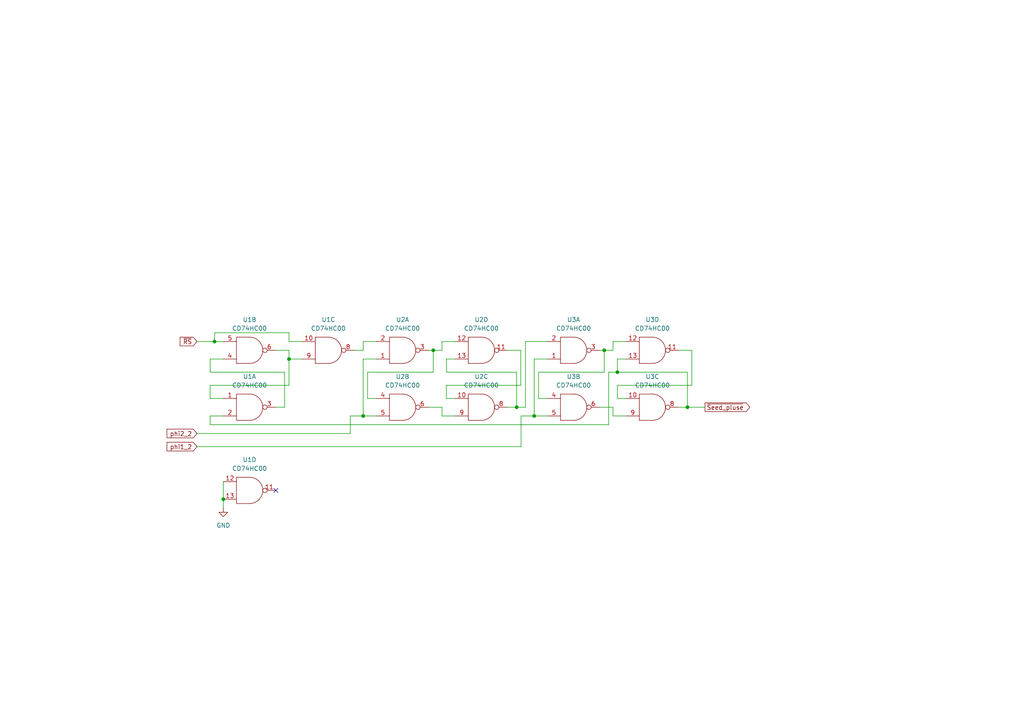
<source format=kicad_sch>
(kicad_sch (version 20211123) (generator eeschema)
  (paper "A4")
  (lib_symbols
    (symbol "CD74HCxx:CD74HC00" (pin_names (offset 0.762))
      (property "Reference" "U" (at -2.54 6.985 0))
      (property "Value" "CD74HC00" (at 1.27 5.08 0))
      (symbol "CD74HC00_0_0"
        (pin power_in line (at -2.54 2.54 0) (length 0) hide (name "VCC") (number "14"))
        (pin power_in line (at -2.54 -2.54 0) (length 0) hide (name "GND") (number "7"))
      )
      (symbol "CD74HC00_0_1"
        (arc (start 0 -3.81) (mid 3.81 0) (end 0 3.81))
        (polyline (pts (xy 0 3.81) (xy -3.81 3.81) (xy -3.81 -3.81) (xy 0 -3.81)))
      )
      (symbol "CD74HC00_0_2"
        (arc (start -4.445 -3.81) (mid -3.175 0) (end -4.445 3.81))
        (arc (start -3.175 -3.81) (mid 0.803 -2.7954) (end 3.81 0))
        (polyline (pts (xy -4.445 -3.81) (xy -3.175 -3.81)))
        (polyline (pts (xy -4.445 3.81) (xy -3.175 3.81)))
        (arc (start 3.81 0) (mid 0.8099 2.8117) (end -3.175 3.81))
      )
      (symbol "CD74HC00_1_1"
        (pin input line (at -7.62 2.54 0) (length 3.81) (name "~") (number "1"))
        (pin input line (at -7.62 -2.54 0) (length 3.81) (name "~") (number "2"))
        (pin output inverted (at 7.62 0 180) (length 3.81) (name "~") (number "3"))
      )
      (symbol "CD74HC00_1_2"
        (pin input inverted (at -7.62 2.54 0) (length 3.81) (name "~") (number "1"))
        (pin input inverted (at -7.62 -2.54 0) (length 3.81) (name "~") (number "2"))
        (pin output line (at 7.62 0 180) (length 3.81) (name "~") (number "3"))
      )
      (symbol "CD74HC00_2_1"
        (pin input line (at -7.62 2.54 0) (length 3.81) (name "~") (number "4"))
        (pin input line (at -7.62 -2.54 0) (length 3.81) (name "~") (number "5"))
        (pin output inverted (at 7.62 0 180) (length 3.81) (name "~") (number "6"))
      )
      (symbol "CD74HC00_2_2"
        (pin input inverted (at -7.62 2.54 0) (length 3.81) (name "~") (number "4"))
        (pin input inverted (at -7.62 -2.54 0) (length 3.81) (name "~") (number "5"))
        (pin output line (at 7.62 0 180) (length 3.81) (name "~") (number "6"))
      )
      (symbol "CD74HC00_3_1"
        (pin input line (at -7.62 -2.54 0) (length 3.81) (name "~") (number "10"))
        (pin output inverted (at 7.62 0 180) (length 3.81) (name "~") (number "8"))
        (pin input line (at -7.62 2.54 0) (length 3.81) (name "~") (number "9"))
      )
      (symbol "CD74HC00_3_2"
        (pin input inverted (at -7.62 -2.54 0) (length 3.81) (name "~") (number "10"))
        (pin output line (at 7.62 0 180) (length 3.81) (name "~") (number "8"))
        (pin input inverted (at -7.62 2.54 0) (length 3.81) (name "~") (number "9"))
      )
      (symbol "CD74HC00_4_1"
        (pin output inverted (at 7.62 0 180) (length 3.81) (name "~") (number "11"))
        (pin input line (at -7.62 2.54 0) (length 3.81) (name "~") (number "12"))
        (pin input line (at -7.62 -2.54 0) (length 3.81) (name "~") (number "13"))
      )
      (symbol "CD74HC00_4_2"
        (pin output line (at 7.62 0 180) (length 3.81) (name "~") (number "11"))
        (pin input inverted (at -7.62 2.54 0) (length 3.81) (name "~") (number "12"))
        (pin input inverted (at -7.62 -2.54 0) (length 3.81) (name "~") (number "13"))
      )
    )
    (symbol "power:GND" (power) (pin_names (offset 0))
      (property "Value" "GND" (at 0 -3.81 0))
      (symbol "GND_0_1"
        (polyline (pts (xy 0 0) (xy 0 -1.27) (xy 1.27 -1.27) (xy 0 -2.54) (xy -1.27 -1.27) (xy 0 -1.27)))
      )
      (symbol "GND_1_1"
        (pin power_in line (at 0 0 270) (length 0) hide (name "GND") (number "1"))
      )
    )
  )
  (junction (at 199.39 118.11))
  (junction (at 175.26 101.6))
  (junction (at 125.6584 101.6))
  (junction (at 64.77 144.78))
  (junction (at 62.23 99.06))
  (junction (at 154.94 120.65))
  (junction (at 105.3384 120.65))
  (junction (at 83.82 104.14))
  (junction (at 149.86 118.11))
  (junction (at 179.07 107.95))
  (no_connect (at 80.01 142.24))
  (wire (pts (xy 149.86 107.95) (xy 149.86 118.11)))
  (wire (pts (xy 128.1984 99.06) (xy 128.1984 101.6)))
  (wire (pts (xy 175.26 101.6) (xy 177.8 101.6)))
  (wire (pts (xy 151.13 129.54) (xy 151.13 120.65)))
  (wire (pts (xy 177.8 120.65) (xy 181.61 120.65)))
  (wire (pts (xy 129.4684 111.76) (xy 151.0584 111.76)))
  (wire (pts (xy 101.6 125.73) (xy 101.6 120.65)))
  (wire (pts (xy 129.54 107.95) (xy 149.86 107.95)))
  (wire (pts (xy 200.66 111.76) (xy 200.66 101.6)))
  (wire (pts (xy 105.3384 120.65) (xy 109.1484 120.65)))
  (wire (pts (xy 57.15 125.73) (xy 101.6 125.73)))
  (wire (pts (xy 149.86 118.11) (xy 152.4 118.11)))
  (wire (pts (xy 132.0084 115.57) (xy 129.4684 115.57)))
  (wire (pts (xy 199.39 118.11) (xy 204.47 118.11)))
  (wire (pts (xy 105.3384 101.6) (xy 105.3384 99.06)))
  (wire (pts (xy 83.82 96.52) (xy 62.23 96.52)))
  (wire (pts (xy 176.53 107.95) (xy 176.53 123.19)))
  (wire (pts (xy 101.6 120.65) (xy 105.3384 120.65)))
  (wire (pts (xy 105.3384 99.06) (xy 109.1484 99.06)))
  (wire (pts (xy 200.66 101.6) (xy 196.85 101.6)))
  (wire (pts (xy 125.6584 101.6) (xy 128.1984 101.6)))
  (wire (pts (xy 60.96 123.19) (xy 60.96 120.65)))
  (wire (pts (xy 181.61 99.06) (xy 177.8 99.06)))
  (wire (pts (xy 156.21 107.95) (xy 175.26 107.95)))
  (wire (pts (xy 179.07 104.14) (xy 179.07 107.95)))
  (wire (pts (xy 158.75 115.57) (xy 156.21 115.57)))
  (wire (pts (xy 199.39 107.95) (xy 199.39 118.11)))
  (wire (pts (xy 129.4684 104.14) (xy 129.54 107.95)))
  (wire (pts (xy 106.6084 107.95) (xy 125.6584 107.95)))
  (wire (pts (xy 106.6084 115.57) (xy 106.6084 107.95)))
  (wire (pts (xy 60.96 107.95) (xy 82.55 107.95)))
  (wire (pts (xy 129.4684 115.57) (xy 129.4684 111.76)))
  (wire (pts (xy 62.23 99.06) (xy 64.77 99.06)))
  (wire (pts (xy 82.55 118.11) (xy 80.01 118.11)))
  (wire (pts (xy 60.96 115.57) (xy 60.96 111.76)))
  (wire (pts (xy 109.1484 115.57) (xy 106.6084 115.57)))
  (wire (pts (xy 64.77 104.14) (xy 60.96 104.14)))
  (wire (pts (xy 199.39 118.11) (xy 196.85 118.11)))
  (wire (pts (xy 151.13 120.65) (xy 154.94 120.65)))
  (wire (pts (xy 152.4 99.06) (xy 158.75 99.06)))
  (wire (pts (xy 128.1984 120.65) (xy 132.0084 120.65)))
  (wire (pts (xy 87.63 99.06) (xy 83.82 99.06)))
  (wire (pts (xy 64.77 115.57) (xy 60.96 115.57)))
  (wire (pts (xy 132.0084 104.14) (xy 129.4684 104.14)))
  (wire (pts (xy 83.82 104.14) (xy 83.82 101.6)))
  (wire (pts (xy 102.87 101.6) (xy 105.3384 101.6)))
  (wire (pts (xy 158.75 104.14) (xy 154.94 104.14)))
  (wire (pts (xy 176.53 123.19) (xy 60.96 123.19)))
  (wire (pts (xy 125.6584 101.6) (xy 125.6584 107.95)))
  (wire (pts (xy 154.94 104.14) (xy 154.94 120.65)))
  (wire (pts (xy 181.61 104.14) (xy 179.07 104.14)))
  (wire (pts (xy 147.2484 101.6) (xy 151.0584 101.6)))
  (wire (pts (xy 82.55 107.95) (xy 82.55 118.11)))
  (wire (pts (xy 83.82 111.76) (xy 83.82 104.14)))
  (wire (pts (xy 181.61 115.57) (xy 179.07 115.57)))
  (wire (pts (xy 62.23 96.52) (xy 62.23 99.06)))
  (wire (pts (xy 60.96 120.65) (xy 64.77 120.65)))
  (wire (pts (xy 83.82 101.6) (xy 80.01 101.6)))
  (wire (pts (xy 132.0084 99.06) (xy 128.1984 99.06)))
  (wire (pts (xy 57.15 129.54) (xy 151.13 129.54)))
  (wire (pts (xy 179.07 107.95) (xy 176.53 107.95)))
  (wire (pts (xy 154.94 120.65) (xy 158.75 120.65)))
  (wire (pts (xy 179.07 111.76) (xy 200.66 111.76)))
  (wire (pts (xy 57.15 99.06) (xy 62.23 99.06)))
  (wire (pts (xy 156.21 115.57) (xy 156.21 107.95)))
  (wire (pts (xy 177.8 118.11) (xy 177.8 120.65)))
  (wire (pts (xy 179.07 107.95) (xy 199.39 107.95)))
  (wire (pts (xy 124.3884 101.6) (xy 125.6584 101.6)))
  (wire (pts (xy 147.2484 118.11) (xy 149.86 118.11)))
  (wire (pts (xy 179.07 115.57) (xy 179.07 111.76)))
  (wire (pts (xy 173.99 101.6) (xy 175.26 101.6)))
  (wire (pts (xy 109.1484 104.14) (xy 105.3384 104.14)))
  (wire (pts (xy 60.96 104.14) (xy 60.96 107.95)))
  (wire (pts (xy 177.8 99.06) (xy 177.8 101.6)))
  (wire (pts (xy 64.77 147.32) (xy 64.77 144.78)))
  (wire (pts (xy 124.3884 118.11) (xy 128.1984 118.11)))
  (wire (pts (xy 151.0584 111.76) (xy 151.0584 101.6)))
  (wire (pts (xy 173.99 118.11) (xy 177.8 118.11)))
  (wire (pts (xy 175.26 101.6) (xy 175.26 107.95)))
  (wire (pts (xy 60.96 111.76) (xy 83.82 111.76)))
  (wire (pts (xy 128.1984 118.11) (xy 128.1984 120.65)))
  (wire (pts (xy 83.82 99.06) (xy 83.82 96.52)))
  (wire (pts (xy 83.82 104.14) (xy 87.63 104.14)))
  (wire (pts (xy 152.4 118.11) (xy 152.4 99.06)))
  (wire (pts (xy 105.3384 104.14) (xy 105.3384 120.65)))
  (wire (pts (xy 64.77 139.7) (xy 64.77 144.78)))
  (global_label "phi2_2" (shape input) (at 57.15 125.73 180) (property "Intersheet References" "${INTERSHEET_REFS}" (effects hide)))
  (global_label "~{Seed_pluse}" (shape output) (at 204.47 118.11 0) (property "Intersheet References" "${INTERSHEET_REFS}" (effects hide)))
  (global_label "phi1_2" (shape input) (at 57.15 129.54 180) (property "Intersheet References" "${INTERSHEET_REFS}" (effects hide)))
  (global_label "~{RS}" (shape input) (at 57.15 99.06 180) (property "Intersheet References" "${INTERSHEET_REFS}" (effects hide)))
  (symbol (lib_id "power:GND") (at 64.77 147.32 0) (unit 1)
    (property "Reference" "#PWR0101" (effects hide))
    (property "Value" "GND" (at 64.77 152.4 0))
  )
  (symbol (lib_id "CD74HCxx:CD74HC00") (at 72.39 142.24 0) (unit 4)
    (property "Reference" "U1" (at 72.39 133.35 0))
    (property "Value" "CD74HC00" (at 72.39 135.89 0))
    (property "Footprint" "Package_DIP:DIP-14_W7.62mm" (effects hide))
  )
  (symbol (lib_id "CD74HCxx:CD74HC00") (at 72.39 101.6 0) (mirror x) (unit 2)
    (property "Reference" "U1" (at 72.39 92.71 0))
    (property "Value" "CD74HC00" (at 72.39 95.25 0))
    (property "Footprint" "Package_DIP:DIP-14_W7.62mm" (effects hide))
  )
  (symbol (lib_id "CD74HCxx:CD74HC00") (at 189.23 101.6 0) (unit 4)
    (property "Reference" "U3" (at 189.23 92.71 0))
    (property "Value" "CD74HC00" (at 189.23 95.25 0))
    (property "Footprint" "Package_DIP:DIP-14_W7.62mm" (effects hide))
  )
  (symbol (lib_id "CD74HCxx:CD74HC00") (at 72.39 118.11 0) (unit 1)
    (property "Reference" "U1" (at 72.39 109.22 0))
    (property "Value" "CD74HC00" (at 72.39 111.76 0))
    (property "Footprint" "Package_DIP:DIP-14_W7.62mm" (effects hide))
  )
  (symbol (lib_id "CD74HCxx:CD74HC00") (at 95.25 101.6 0) (mirror x) (unit 3)
    (property "Reference" "U1" (at 95.25 92.71 0))
    (property "Value" "CD74HC00" (at 95.25 95.25 0))
    (property "Footprint" "Package_DIP:DIP-14_W7.62mm" (effects hide))
  )
  (symbol (lib_id "CD74HCxx:CD74HC00") (at 166.37 118.11 0) (unit 2)
    (property "Reference" "U3" (at 166.37 109.22 0))
    (property "Value" "CD74HC00" (at 166.37 111.76 0))
    (property "Footprint" "Package_DIP:DIP-14_W7.62mm" (effects hide))
  )
  (symbol (lib_id "CD74HCxx:CD74HC00") (at 139.6284 101.6 0) (unit 4)
    (property "Reference" "U2" (at 139.6284 92.71 0))
    (property "Value" "CD74HC00" (at 139.6284 95.25 0))
    (property "Footprint" "Package_DIP:DIP-14_W7.62mm" (effects hide))
  )
  (symbol (lib_id "CD74HCxx:CD74HC00") (at 166.37 101.6 0) (mirror x) (unit 1)
    (property "Reference" "U3" (at 166.37 92.71 0))
    (property "Value" "CD74HC00" (at 166.37 95.25 0))
    (property "Footprint" "Package_DIP:DIP-14_W7.62mm" (effects hide))
  )
  (symbol (lib_id "CD74HCxx:CD74HC00") (at 189.23 118.11 0) (mirror x) (unit 3)
    (property "Reference" "U3" (at 189.23 109.22 0))
    (property "Value" "CD74HC00" (at 189.23 111.76 0))
    (property "Footprint" "Package_DIP:DIP-14_W7.62mm" (effects hide))
  )
  (symbol (lib_id "CD74HCxx:CD74HC00") (at 116.7684 118.11 0) (unit 2)
    (property "Reference" "U2" (at 116.7684 109.22 0))
    (property "Value" "CD74HC00" (at 116.7684 111.76 0))
    (property "Footprint" "Package_DIP:DIP-14_W7.62mm" (effects hide))
  )
  (symbol (lib_id "CD74HCxx:CD74HC00") (at 116.7684 101.6 0) (mirror x) (unit 1)
    (property "Reference" "U2" (at 116.7684 92.71 0))
    (property "Value" "CD74HC00" (at 116.7684 95.25 0))
    (property "Footprint" "Package_DIP:DIP-14_W7.62mm" (effects hide))
  )
  (symbol (lib_id "CD74HCxx:CD74HC00") (at 139.6284 118.11 0) (mirror x) (unit 3)
    (property "Reference" "U2" (at 139.6284 109.22 0))
    (property "Value" "CD74HC00" (at 139.6284 111.76 0))
    (property "Footprint" "Package_DIP:DIP-14_W7.62mm" (effects hide))
  )
)
</source>
